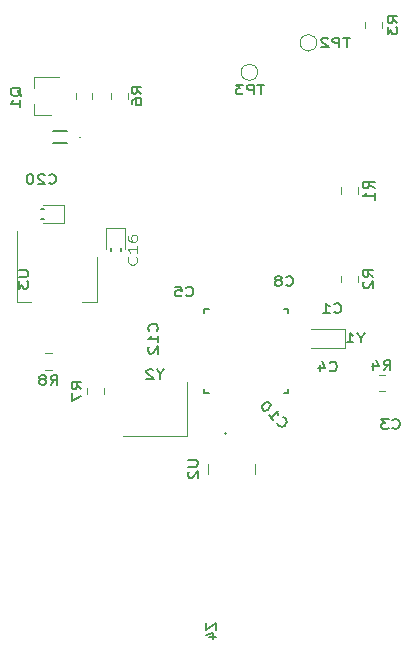
<source format=gbr>
G04 #@! TF.GenerationSoftware,KiCad,Pcbnew,(5.1.5)-3*
G04 #@! TF.CreationDate,2021-07-24T16:01:18-03:00*
G04 #@! TF.ProjectId,relayer_hw,72656c61-7965-4725-9f68-772e6b696361,rev?*
G04 #@! TF.SameCoordinates,Original*
G04 #@! TF.FileFunction,Legend,Bot*
G04 #@! TF.FilePolarity,Positive*
%FSLAX46Y46*%
G04 Gerber Fmt 4.6, Leading zero omitted, Abs format (unit mm)*
G04 Created by KiCad (PCBNEW (5.1.5)-3) date 2021-07-24 16:01:18*
%MOMM*%
%LPD*%
G04 APERTURE LIST*
%ADD10C,0.250000*%
%ADD11C,0.127000*%
%ADD12C,0.120000*%
%ADD13C,0.200000*%
%ADD14C,0.150000*%
%ADD15C,0.118517*%
G04 APERTURE END LIST*
D10*
X155900000Y-121500000D02*
X155900000Y-121500000D01*
D11*
X154200000Y-118150000D02*
X154545000Y-118150000D01*
X154200000Y-111050000D02*
X154545000Y-111050000D01*
X161300000Y-118150000D02*
X160955000Y-118150000D01*
X161300000Y-111050000D02*
X160955000Y-111050000D01*
X154200000Y-118150000D02*
X154200000Y-117805000D01*
X154200000Y-111050000D02*
X154200000Y-111395000D01*
X161300000Y-118150000D02*
X161300000Y-117805000D01*
X161300000Y-111050000D02*
X161300000Y-111395000D01*
X147150000Y-105850000D02*
X147150000Y-106150000D01*
X146250000Y-105850000D02*
X146250000Y-106150000D01*
D12*
X145900000Y-106000000D02*
X145900000Y-104200000D01*
X145900000Y-104200000D02*
X147500000Y-104200000D01*
X147500000Y-104200000D02*
X147500000Y-106000000D01*
X142300000Y-103800000D02*
X140500000Y-103800000D01*
X142300000Y-102200000D02*
X142300000Y-103800000D01*
X140500000Y-102200000D02*
X142300000Y-102200000D01*
D11*
X140650000Y-102550000D02*
X140350000Y-102550000D01*
X140650000Y-103450000D02*
X140350000Y-103450000D01*
X141400000Y-97015000D02*
X142600000Y-97015000D01*
D13*
X143650000Y-96500000D02*
G75*
G03X143650000Y-96500000I-50000J0D01*
G01*
D11*
X142600000Y-95985000D02*
X141400000Y-95985000D01*
D12*
X139740000Y-94580000D02*
X139740000Y-93650000D01*
X139740000Y-91420000D02*
X139740000Y-92350000D01*
X139740000Y-91420000D02*
X141900000Y-91420000D01*
X139740000Y-94580000D02*
X141200000Y-94580000D01*
X167210000Y-101261252D02*
X167210000Y-100738748D01*
X165790000Y-101261252D02*
X165790000Y-100738748D01*
X167160000Y-108761252D02*
X167160000Y-108238748D01*
X165740000Y-108761252D02*
X165740000Y-108238748D01*
X169210000Y-87261252D02*
X169210000Y-86738748D01*
X167790000Y-87261252D02*
X167790000Y-86738748D01*
X168938748Y-116590000D02*
X169461252Y-116590000D01*
X168938748Y-118010000D02*
X169461252Y-118010000D01*
X144710000Y-92738748D02*
X144710000Y-93261252D01*
X143290000Y-92738748D02*
X143290000Y-93261252D01*
X147710000Y-93261252D02*
X147710000Y-92738748D01*
X146290000Y-93261252D02*
X146290000Y-92738748D01*
X145710000Y-117738748D02*
X145710000Y-118261252D01*
X144290000Y-117738748D02*
X144290000Y-118261252D01*
X141261252Y-116210000D02*
X140738748Y-116210000D01*
X141261252Y-114790000D02*
X140738748Y-114790000D01*
X163700000Y-88500000D02*
G75*
G03X163700000Y-88500000I-700000J0D01*
G01*
X158700000Y-91000000D02*
G75*
G03X158700000Y-91000000I-700000J0D01*
G01*
X158500000Y-124600000D02*
X158500000Y-125030000D01*
X158500000Y-124600000D02*
X158500000Y-124170000D01*
X154500000Y-124600000D02*
X154500000Y-125030000D01*
X154500000Y-124600000D02*
X154500000Y-124170000D01*
X145110000Y-110410000D02*
X143850000Y-110410000D01*
X138290000Y-110410000D02*
X139550000Y-110410000D01*
X145110000Y-106650000D02*
X145110000Y-110410000D01*
X138290000Y-104400000D02*
X138290000Y-110410000D01*
X152700000Y-117250000D02*
X152700000Y-121750000D01*
X152700000Y-121750000D02*
X147300000Y-121750000D01*
X163250000Y-112700000D02*
X166100000Y-112700000D01*
X166100000Y-112700000D02*
X166100000Y-114300000D01*
X166100000Y-114300000D02*
X163250000Y-114300000D01*
D14*
X161116666Y-108985714D02*
X161164285Y-109023809D01*
X161307142Y-109061904D01*
X161402380Y-109061904D01*
X161545238Y-109023809D01*
X161640476Y-108947619D01*
X161688095Y-108871428D01*
X161735714Y-108719047D01*
X161735714Y-108604761D01*
X161688095Y-108452380D01*
X161640476Y-108376190D01*
X161545238Y-108300000D01*
X161402380Y-108261904D01*
X161307142Y-108261904D01*
X161164285Y-108300000D01*
X161116666Y-108338095D01*
X160545238Y-108604761D02*
X160640476Y-108566666D01*
X160688095Y-108528571D01*
X160735714Y-108452380D01*
X160735714Y-108414285D01*
X160688095Y-108338095D01*
X160640476Y-108300000D01*
X160545238Y-108261904D01*
X160354761Y-108261904D01*
X160259523Y-108300000D01*
X160211904Y-108338095D01*
X160164285Y-108414285D01*
X160164285Y-108452380D01*
X160211904Y-108528571D01*
X160259523Y-108566666D01*
X160354761Y-108604761D01*
X160545238Y-108604761D01*
X160640476Y-108642857D01*
X160688095Y-108680952D01*
X160735714Y-108757142D01*
X160735714Y-108909523D01*
X160688095Y-108985714D01*
X160640476Y-109023809D01*
X160545238Y-109061904D01*
X160354761Y-109061904D01*
X160259523Y-109023809D01*
X160211904Y-108985714D01*
X160164285Y-108909523D01*
X160164285Y-108757142D01*
X160211904Y-108680952D01*
X160259523Y-108642857D01*
X160354761Y-108604761D01*
X165181666Y-111295714D02*
X165229285Y-111333809D01*
X165372142Y-111371904D01*
X165467380Y-111371904D01*
X165610238Y-111333809D01*
X165705476Y-111257619D01*
X165753095Y-111181428D01*
X165800714Y-111029047D01*
X165800714Y-110914761D01*
X165753095Y-110762380D01*
X165705476Y-110686190D01*
X165610238Y-110610000D01*
X165467380Y-110571904D01*
X165372142Y-110571904D01*
X165229285Y-110610000D01*
X165181666Y-110648095D01*
X164229285Y-111371904D02*
X164800714Y-111371904D01*
X164515000Y-111371904D02*
X164515000Y-110571904D01*
X164610238Y-110686190D01*
X164705476Y-110762380D01*
X164800714Y-110800476D01*
X170116666Y-121085714D02*
X170164285Y-121123809D01*
X170307142Y-121161904D01*
X170402380Y-121161904D01*
X170545238Y-121123809D01*
X170640476Y-121047619D01*
X170688095Y-120971428D01*
X170735714Y-120819047D01*
X170735714Y-120704761D01*
X170688095Y-120552380D01*
X170640476Y-120476190D01*
X170545238Y-120400000D01*
X170402380Y-120361904D01*
X170307142Y-120361904D01*
X170164285Y-120400000D01*
X170116666Y-120438095D01*
X169783333Y-120361904D02*
X169164285Y-120361904D01*
X169497619Y-120666666D01*
X169354761Y-120666666D01*
X169259523Y-120704761D01*
X169211904Y-120742857D01*
X169164285Y-120819047D01*
X169164285Y-121009523D01*
X169211904Y-121085714D01*
X169259523Y-121123809D01*
X169354761Y-121161904D01*
X169640476Y-121161904D01*
X169735714Y-121123809D01*
X169783333Y-121085714D01*
X164806666Y-116245714D02*
X164854285Y-116283809D01*
X164997142Y-116321904D01*
X165092380Y-116321904D01*
X165235238Y-116283809D01*
X165330476Y-116207619D01*
X165378095Y-116131428D01*
X165425714Y-115979047D01*
X165425714Y-115864761D01*
X165378095Y-115712380D01*
X165330476Y-115636190D01*
X165235238Y-115560000D01*
X165092380Y-115521904D01*
X164997142Y-115521904D01*
X164854285Y-115560000D01*
X164806666Y-115598095D01*
X163949523Y-115788571D02*
X163949523Y-116321904D01*
X164187619Y-115483809D02*
X164425714Y-116055238D01*
X163806666Y-116055238D01*
X160352538Y-120656599D02*
X160359272Y-120717208D01*
X160433350Y-120845160D01*
X160500693Y-120912504D01*
X160628646Y-120986582D01*
X160749864Y-121000051D01*
X160837411Y-120979847D01*
X160978832Y-120905770D01*
X161059644Y-120824957D01*
X161133722Y-120683536D01*
X161153925Y-120595990D01*
X161140457Y-120474771D01*
X161066379Y-120346819D01*
X160999035Y-120279475D01*
X160871083Y-120205397D01*
X160810473Y-120198663D01*
X159625228Y-120037038D02*
X160029289Y-120441099D01*
X159827258Y-120239069D02*
X160392944Y-119673384D01*
X160379475Y-119821539D01*
X160392944Y-119942758D01*
X160433350Y-120037038D01*
X159753180Y-119033620D02*
X159685837Y-118966277D01*
X159591556Y-118925871D01*
X159530947Y-118919136D01*
X159443400Y-118939339D01*
X159301979Y-119013417D01*
X159167292Y-119148104D01*
X159093214Y-119289526D01*
X159073011Y-119377072D01*
X159079745Y-119437681D01*
X159120152Y-119531962D01*
X159187495Y-119599306D01*
X159281776Y-119639712D01*
X159342385Y-119646446D01*
X159429932Y-119626243D01*
X159571353Y-119552165D01*
X159706040Y-119417478D01*
X159780118Y-119276057D01*
X159800321Y-119188510D01*
X159793587Y-119127901D01*
X159753180Y-119033620D01*
D15*
X148415714Y-106662857D02*
X148453809Y-106710476D01*
X148491904Y-106853333D01*
X148491904Y-106948571D01*
X148453809Y-107091428D01*
X148377619Y-107186666D01*
X148301428Y-107234285D01*
X148149047Y-107281904D01*
X148034761Y-107281904D01*
X147882380Y-107234285D01*
X147806190Y-107186666D01*
X147730000Y-107091428D01*
X147691904Y-106948571D01*
X147691904Y-106853333D01*
X147730000Y-106710476D01*
X147768095Y-106662857D01*
X148491904Y-105710476D02*
X148491904Y-106281904D01*
X148491904Y-105996190D02*
X147691904Y-105996190D01*
X147806190Y-106091428D01*
X147882380Y-106186666D01*
X147920476Y-106281904D01*
X147691904Y-104853333D02*
X147691904Y-105043809D01*
X147730000Y-105139047D01*
X147768095Y-105186666D01*
X147882380Y-105281904D01*
X148034761Y-105329523D01*
X148339523Y-105329523D01*
X148415714Y-105281904D01*
X148453809Y-105234285D01*
X148491904Y-105139047D01*
X148491904Y-104948571D01*
X148453809Y-104853333D01*
X148415714Y-104805714D01*
X148339523Y-104758095D01*
X148149047Y-104758095D01*
X148072857Y-104805714D01*
X148034761Y-104853333D01*
X147996666Y-104948571D01*
X147996666Y-105139047D01*
X148034761Y-105234285D01*
X148072857Y-105281904D01*
X148149047Y-105329523D01*
D14*
X141042857Y-100355714D02*
X141090476Y-100393809D01*
X141233333Y-100431904D01*
X141328571Y-100431904D01*
X141471428Y-100393809D01*
X141566666Y-100317619D01*
X141614285Y-100241428D01*
X141661904Y-100089047D01*
X141661904Y-99974761D01*
X141614285Y-99822380D01*
X141566666Y-99746190D01*
X141471428Y-99670000D01*
X141328571Y-99631904D01*
X141233333Y-99631904D01*
X141090476Y-99670000D01*
X141042857Y-99708095D01*
X140661904Y-99708095D02*
X140614285Y-99670000D01*
X140519047Y-99631904D01*
X140280952Y-99631904D01*
X140185714Y-99670000D01*
X140138095Y-99708095D01*
X140090476Y-99784285D01*
X140090476Y-99860476D01*
X140138095Y-99974761D01*
X140709523Y-100431904D01*
X140090476Y-100431904D01*
X139471428Y-99631904D02*
X139376190Y-99631904D01*
X139280952Y-99670000D01*
X139233333Y-99708095D01*
X139185714Y-99784285D01*
X139138095Y-99936666D01*
X139138095Y-100127142D01*
X139185714Y-100279523D01*
X139233333Y-100355714D01*
X139280952Y-100393809D01*
X139376190Y-100431904D01*
X139471428Y-100431904D01*
X139566666Y-100393809D01*
X139614285Y-100355714D01*
X139661904Y-100279523D01*
X139709523Y-100127142D01*
X139709523Y-99936666D01*
X139661904Y-99784285D01*
X139614285Y-99708095D01*
X139566666Y-99670000D01*
X139471428Y-99631904D01*
X138668095Y-93024761D02*
X138630000Y-92929523D01*
X138553809Y-92834285D01*
X138439523Y-92691428D01*
X138401428Y-92596190D01*
X138401428Y-92500952D01*
X138591904Y-92548571D02*
X138553809Y-92453333D01*
X138477619Y-92358095D01*
X138325238Y-92310476D01*
X138058571Y-92310476D01*
X137906190Y-92358095D01*
X137830000Y-92453333D01*
X137791904Y-92548571D01*
X137791904Y-92739047D01*
X137830000Y-92834285D01*
X137906190Y-92929523D01*
X138058571Y-92977142D01*
X138325238Y-92977142D01*
X138477619Y-92929523D01*
X138553809Y-92834285D01*
X138591904Y-92739047D01*
X138591904Y-92548571D01*
X138591904Y-93929523D02*
X138591904Y-93358095D01*
X138591904Y-93643809D02*
X137791904Y-93643809D01*
X137906190Y-93548571D01*
X137982380Y-93453333D01*
X138020476Y-93358095D01*
X168602380Y-100833333D02*
X168126190Y-100500000D01*
X168602380Y-100261904D02*
X167602380Y-100261904D01*
X167602380Y-100642857D01*
X167650000Y-100738095D01*
X167697619Y-100785714D01*
X167792857Y-100833333D01*
X167935714Y-100833333D01*
X168030952Y-100785714D01*
X168078571Y-100738095D01*
X168126190Y-100642857D01*
X168126190Y-100261904D01*
X168602380Y-101785714D02*
X168602380Y-101214285D01*
X168602380Y-101500000D02*
X167602380Y-101500000D01*
X167745238Y-101404761D01*
X167840476Y-101309523D01*
X167888095Y-101214285D01*
X168461904Y-108333333D02*
X168080952Y-108000000D01*
X168461904Y-107761904D02*
X167661904Y-107761904D01*
X167661904Y-108142857D01*
X167700000Y-108238095D01*
X167738095Y-108285714D01*
X167814285Y-108333333D01*
X167928571Y-108333333D01*
X168004761Y-108285714D01*
X168042857Y-108238095D01*
X168080952Y-108142857D01*
X168080952Y-107761904D01*
X167738095Y-108714285D02*
X167700000Y-108761904D01*
X167661904Y-108857142D01*
X167661904Y-109095238D01*
X167700000Y-109190476D01*
X167738095Y-109238095D01*
X167814285Y-109285714D01*
X167890476Y-109285714D01*
X168004761Y-109238095D01*
X168461904Y-108666666D01*
X168461904Y-109285714D01*
X170511904Y-86833333D02*
X170130952Y-86500000D01*
X170511904Y-86261904D02*
X169711904Y-86261904D01*
X169711904Y-86642857D01*
X169750000Y-86738095D01*
X169788095Y-86785714D01*
X169864285Y-86833333D01*
X169978571Y-86833333D01*
X170054761Y-86785714D01*
X170092857Y-86738095D01*
X170130952Y-86642857D01*
X170130952Y-86261904D01*
X169711904Y-87166666D02*
X169711904Y-87785714D01*
X170016666Y-87452380D01*
X170016666Y-87595238D01*
X170054761Y-87690476D01*
X170092857Y-87738095D01*
X170169047Y-87785714D01*
X170359523Y-87785714D01*
X170435714Y-87738095D01*
X170473809Y-87690476D01*
X170511904Y-87595238D01*
X170511904Y-87309523D01*
X170473809Y-87214285D01*
X170435714Y-87166666D01*
X169366666Y-116161904D02*
X169700000Y-115780952D01*
X169938095Y-116161904D02*
X169938095Y-115361904D01*
X169557142Y-115361904D01*
X169461904Y-115400000D01*
X169414285Y-115438095D01*
X169366666Y-115514285D01*
X169366666Y-115628571D01*
X169414285Y-115704761D01*
X169461904Y-115742857D01*
X169557142Y-115780952D01*
X169938095Y-115780952D01*
X168509523Y-115628571D02*
X168509523Y-116161904D01*
X168747619Y-115323809D02*
X168985714Y-115895238D01*
X168366666Y-115895238D01*
X148861904Y-92833333D02*
X148480952Y-92500000D01*
X148861904Y-92261904D02*
X148061904Y-92261904D01*
X148061904Y-92642857D01*
X148100000Y-92738095D01*
X148138095Y-92785714D01*
X148214285Y-92833333D01*
X148328571Y-92833333D01*
X148404761Y-92785714D01*
X148442857Y-92738095D01*
X148480952Y-92642857D01*
X148480952Y-92261904D01*
X148061904Y-93690476D02*
X148061904Y-93500000D01*
X148100000Y-93404761D01*
X148138095Y-93357142D01*
X148252380Y-93261904D01*
X148404761Y-93214285D01*
X148709523Y-93214285D01*
X148785714Y-93261904D01*
X148823809Y-93309523D01*
X148861904Y-93404761D01*
X148861904Y-93595238D01*
X148823809Y-93690476D01*
X148785714Y-93738095D01*
X148709523Y-93785714D01*
X148519047Y-93785714D01*
X148442857Y-93738095D01*
X148404761Y-93690476D01*
X148366666Y-93595238D01*
X148366666Y-93404761D01*
X148404761Y-93309523D01*
X148442857Y-93261904D01*
X148519047Y-93214285D01*
X143751904Y-117833333D02*
X143370952Y-117500000D01*
X143751904Y-117261904D02*
X142951904Y-117261904D01*
X142951904Y-117642857D01*
X142990000Y-117738095D01*
X143028095Y-117785714D01*
X143104285Y-117833333D01*
X143218571Y-117833333D01*
X143294761Y-117785714D01*
X143332857Y-117738095D01*
X143370952Y-117642857D01*
X143370952Y-117261904D01*
X142951904Y-118166666D02*
X142951904Y-118833333D01*
X143751904Y-118404761D01*
X141166666Y-117461904D02*
X141500000Y-117080952D01*
X141738095Y-117461904D02*
X141738095Y-116661904D01*
X141357142Y-116661904D01*
X141261904Y-116700000D01*
X141214285Y-116738095D01*
X141166666Y-116814285D01*
X141166666Y-116928571D01*
X141214285Y-117004761D01*
X141261904Y-117042857D01*
X141357142Y-117080952D01*
X141738095Y-117080952D01*
X140595238Y-117004761D02*
X140690476Y-116966666D01*
X140738095Y-116928571D01*
X140785714Y-116852380D01*
X140785714Y-116814285D01*
X140738095Y-116738095D01*
X140690476Y-116700000D01*
X140595238Y-116661904D01*
X140404761Y-116661904D01*
X140309523Y-116700000D01*
X140261904Y-116738095D01*
X140214285Y-116814285D01*
X140214285Y-116852380D01*
X140261904Y-116928571D01*
X140309523Y-116966666D01*
X140404761Y-117004761D01*
X140595238Y-117004761D01*
X140690476Y-117042857D01*
X140738095Y-117080952D01*
X140785714Y-117157142D01*
X140785714Y-117309523D01*
X140738095Y-117385714D01*
X140690476Y-117423809D01*
X140595238Y-117461904D01*
X140404761Y-117461904D01*
X140309523Y-117423809D01*
X140261904Y-117385714D01*
X140214285Y-117309523D01*
X140214285Y-117157142D01*
X140261904Y-117080952D01*
X140309523Y-117042857D01*
X140404761Y-117004761D01*
X166511904Y-88061904D02*
X165940476Y-88061904D01*
X166226190Y-88861904D02*
X166226190Y-88061904D01*
X165607142Y-88861904D02*
X165607142Y-88061904D01*
X165226190Y-88061904D01*
X165130952Y-88100000D01*
X165083333Y-88138095D01*
X165035714Y-88214285D01*
X165035714Y-88328571D01*
X165083333Y-88404761D01*
X165130952Y-88442857D01*
X165226190Y-88480952D01*
X165607142Y-88480952D01*
X164654761Y-88138095D02*
X164607142Y-88100000D01*
X164511904Y-88061904D01*
X164273809Y-88061904D01*
X164178571Y-88100000D01*
X164130952Y-88138095D01*
X164083333Y-88214285D01*
X164083333Y-88290476D01*
X164130952Y-88404761D01*
X164702380Y-88861904D01*
X164083333Y-88861904D01*
X159261904Y-92061904D02*
X158690476Y-92061904D01*
X158976190Y-92861904D02*
X158976190Y-92061904D01*
X158357142Y-92861904D02*
X158357142Y-92061904D01*
X157976190Y-92061904D01*
X157880952Y-92100000D01*
X157833333Y-92138095D01*
X157785714Y-92214285D01*
X157785714Y-92328571D01*
X157833333Y-92404761D01*
X157880952Y-92442857D01*
X157976190Y-92480952D01*
X158357142Y-92480952D01*
X157452380Y-92061904D02*
X156833333Y-92061904D01*
X157166666Y-92366666D01*
X157023809Y-92366666D01*
X156928571Y-92404761D01*
X156880952Y-92442857D01*
X156833333Y-92519047D01*
X156833333Y-92709523D01*
X156880952Y-92785714D01*
X156928571Y-92823809D01*
X157023809Y-92861904D01*
X157309523Y-92861904D01*
X157404761Y-92823809D01*
X157452380Y-92785714D01*
X152821904Y-123808095D02*
X153469523Y-123808095D01*
X153545714Y-123855714D01*
X153583809Y-123903333D01*
X153621904Y-123998571D01*
X153621904Y-124189047D01*
X153583809Y-124284285D01*
X153545714Y-124331904D01*
X153469523Y-124379523D01*
X152821904Y-124379523D01*
X152898095Y-124808095D02*
X152860000Y-124855714D01*
X152821904Y-124950952D01*
X152821904Y-125189047D01*
X152860000Y-125284285D01*
X152898095Y-125331904D01*
X152974285Y-125379523D01*
X153050476Y-125379523D01*
X153164761Y-125331904D01*
X153621904Y-124760476D01*
X153621904Y-125379523D01*
X138461904Y-107738095D02*
X139109523Y-107738095D01*
X139185714Y-107785714D01*
X139223809Y-107833333D01*
X139261904Y-107928571D01*
X139261904Y-108119047D01*
X139223809Y-108214285D01*
X139185714Y-108261904D01*
X139109523Y-108309523D01*
X138461904Y-108309523D01*
X138461904Y-108690476D02*
X138461904Y-109309523D01*
X138766666Y-108976190D01*
X138766666Y-109119047D01*
X138804761Y-109214285D01*
X138842857Y-109261904D01*
X138919047Y-109309523D01*
X139109523Y-109309523D01*
X139185714Y-109261904D01*
X139223809Y-109214285D01*
X139261904Y-109119047D01*
X139261904Y-108833333D01*
X139223809Y-108738095D01*
X139185714Y-108690476D01*
X154351904Y-137642380D02*
X154351904Y-138175714D01*
X155151904Y-137642380D01*
X155151904Y-138175714D01*
X154618571Y-138823333D02*
X155151904Y-138823333D01*
X154313809Y-138632857D02*
X154885238Y-138442380D01*
X154885238Y-138937619D01*
X150476190Y-116560952D02*
X150476190Y-116941904D01*
X150809523Y-116141904D02*
X150476190Y-116560952D01*
X150142857Y-116141904D01*
X149857142Y-116218095D02*
X149809523Y-116180000D01*
X149714285Y-116141904D01*
X149476190Y-116141904D01*
X149380952Y-116180000D01*
X149333333Y-116218095D01*
X149285714Y-116294285D01*
X149285714Y-116370476D01*
X149333333Y-116484761D01*
X149904761Y-116941904D01*
X149285714Y-116941904D01*
X167426190Y-113480952D02*
X167426190Y-113861904D01*
X167759523Y-113061904D02*
X167426190Y-113480952D01*
X167092857Y-113061904D01*
X166235714Y-113861904D02*
X166807142Y-113861904D01*
X166521428Y-113861904D02*
X166521428Y-113061904D01*
X166616666Y-113176190D01*
X166711904Y-113252380D01*
X166807142Y-113290476D01*
X152646666Y-109875714D02*
X152694285Y-109913809D01*
X152837142Y-109951904D01*
X152932380Y-109951904D01*
X153075238Y-109913809D01*
X153170476Y-109837619D01*
X153218095Y-109761428D01*
X153265714Y-109609047D01*
X153265714Y-109494761D01*
X153218095Y-109342380D01*
X153170476Y-109266190D01*
X153075238Y-109190000D01*
X152932380Y-109151904D01*
X152837142Y-109151904D01*
X152694285Y-109190000D01*
X152646666Y-109228095D01*
X151741904Y-109151904D02*
X152218095Y-109151904D01*
X152265714Y-109532857D01*
X152218095Y-109494761D01*
X152122857Y-109456666D01*
X151884761Y-109456666D01*
X151789523Y-109494761D01*
X151741904Y-109532857D01*
X151694285Y-109609047D01*
X151694285Y-109799523D01*
X151741904Y-109875714D01*
X151789523Y-109913809D01*
X151884761Y-109951904D01*
X152122857Y-109951904D01*
X152218095Y-109913809D01*
X152265714Y-109875714D01*
X150185714Y-112907142D02*
X150223809Y-112859523D01*
X150261904Y-112716666D01*
X150261904Y-112621428D01*
X150223809Y-112478571D01*
X150147619Y-112383333D01*
X150071428Y-112335714D01*
X149919047Y-112288095D01*
X149804761Y-112288095D01*
X149652380Y-112335714D01*
X149576190Y-112383333D01*
X149500000Y-112478571D01*
X149461904Y-112621428D01*
X149461904Y-112716666D01*
X149500000Y-112859523D01*
X149538095Y-112907142D01*
X150261904Y-113859523D02*
X150261904Y-113288095D01*
X150261904Y-113573809D02*
X149461904Y-113573809D01*
X149576190Y-113478571D01*
X149652380Y-113383333D01*
X149690476Y-113288095D01*
X149538095Y-114240476D02*
X149500000Y-114288095D01*
X149461904Y-114383333D01*
X149461904Y-114621428D01*
X149500000Y-114716666D01*
X149538095Y-114764285D01*
X149614285Y-114811904D01*
X149690476Y-114811904D01*
X149804761Y-114764285D01*
X150261904Y-114192857D01*
X150261904Y-114811904D01*
M02*

</source>
